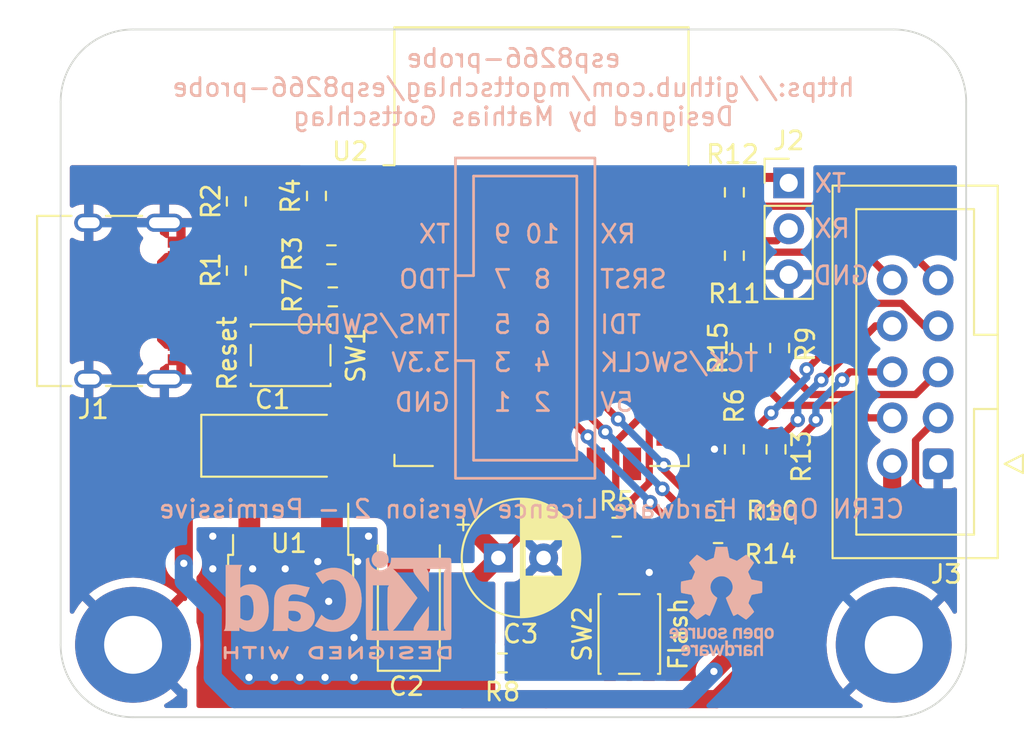
<source format=kicad_pcb>
(kicad_pcb (version 20211014) (generator pcbnew)
  (layers (0 "F.Cu" signal) (31 "B.Cu" signal) (34 "B.Paste" user) (35 "F.Paste" user) (36 "B.SilkS" user "B.Silkscreen") (37 "F.SilkS" user "F.Silkscreen") (38 "B.Mask" user) (39 "F.Mask" user) (44 "Edge.Cuts" user))
  (net 0 "")
  (net 1 "+5V")
  (net 2 "GND")
  (net 3 "+3V3")
  (net 4 "Net-(J1-PadA5)")
  (net 8 "Net-(J1-PadB5)")
  (net 12 "/TX")
  (net 13 "/RX")
  (net 14 "/WKUP")
  (net 15 "Net-(R3-Pad2)")
  (net 16 "Net-(R5-Pad2)")
  (net 17 "Net-(R6-Pad1)")
  (net 19 "/TCK_SWCLK")
  (net 20 "/SRST")
  (net 21 "/TDI")
  (net 22 "/TMS_SWDIO")
  (net 23 "/TDO")
  (net 30 "Net-(R7-Pad1)")
  (net 31 "Net-(R8-Pad2)")
  (net 32 "Net-(J2-Pad1)")
  (net 33 "Net-(J2-Pad2)")
  (net 34 "Net-(R9-Pad1)")
  (net 35 "Net-(R10-Pad1)")
  (net 36 "Net-(R13-Pad1)")
  (net 37 "Net-(R14-Pad1)")
  (net 38 "Net-(R15-Pad1)")
  (footprint "Resistor_SMD:R_0603_1608Metric" (layer "F.Cu") (at 138.8 83.2 90)
    (fp_text reference "R13" (at -0.4 1.4 90) (layer "F.SilkS"))
    (fp_text value "100")
    (pad "1" smd roundrect (at -0.825 0 90) (size 0.8 0.95) (layers "F.Cu" "F.Paste" "F.Mask") (net 36 "Net-(R13-Pad1)"))
    (pad "2" smd roundrect (at 0.825 0 90) (size 0.8 0.95) (layers "F.Cu" "F.Paste" "F.Mask") (net 20 "/SRST"))
  )
  (footprint "Connector_PinHeader_2.54mm:PinHeader_1x03_P2.54mm_Vertical" (layer "F.Cu") (at 139.5 68.475)
    (fp_text reference "J2" (at 0 -2.33) (layer "F.SilkS"))
    (fp_text value "Debug")
    (pad "1" thru_hole rect (at 0 0) (size 1.7 1.7) (drill 1) (layers *.Cu *.Mask) (net 32 "Net-(J2-Pad1)"))
    (pad "2" thru_hole oval (at 0 2.54) (size 1.7 1.7) (drill 1) (layers *.Cu *.Mask) (net 33 "Net-(J2-Pad2)"))
    (pad "3" thru_hole oval (at 0 5.08) (size 1.7 1.7) (drill 1) (layers *.Cu *.Mask) (net 2 "GND"))
  )
  (footprint "Button_Switch_SMD:SW_SPST_PTS810" (layer "F.Cu") (at 112 78)
    (fp_text reference "SW1" (at 3.6 0 270) (layer "F.SilkS"))
    (fp_text value "Reset")
    (pad "1" smd rect (at 2.075 -1.075) (size 1.05 0.65) (layers "F.Cu" "F.Paste" "F.Mask") (net 14 "/WKUP"))
    (pad "1" smd rect (at -2.075 -1.075) (size 1.05 0.65) (layers "F.Cu" "F.Paste" "F.Mask") (net 14 "/WKUP"))
    (pad "2" smd rect (at 2.075 1.075) (size 1.05 0.65) (layers "F.Cu" "F.Paste" "F.Mask") (net 2 "GND"))
    (pad "2" smd rect (at -2.075 1.075) (size 1.05 0.65) (layers "F.Cu" "F.Paste" "F.Mask") (net 2 "GND"))
  )
  (footprint "Resistor_SMD:R_0603_1608Metric" (layer "F.Cu") (at 139 77.6 -90)
    (fp_text reference "R9" (at -0.2 -1.43 90) (layer "F.SilkS"))
    (fp_text value "100")
    (pad "1" smd roundrect (at -0.825 0 270) (size 0.8 0.95) (layers "F.Cu" "F.Paste" "F.Mask") (net 34 "Net-(R9-Pad1)"))
    (pad "2" smd roundrect (at 0.825 0 270) (size 0.8 0.95) (layers "F.Cu" "F.Paste" "F.Mask") (net 22 "/TMS_SWDIO"))
  )
  (footprint "Resistor_SMD:R_0603_1608Metric" (layer "F.Cu") (at 135.6 88.9)
    (fp_text reference "R14" (at 2.9 0.1) (layer "F.SilkS"))
    (fp_text value "100")
    (pad "1" smd roundrect (at -0.825 0) (size 0.8 0.95) (layers "F.Cu" "F.Paste" "F.Mask") (net 37 "Net-(R14-Pad1)"))
    (pad "2" smd roundrect (at 0.825 0) (size 0.8 0.95) (layers "F.Cu" "F.Paste" "F.Mask") (net 21 "/TDI"))
  )
  (footprint "Button_Switch_SMD:SW_SPST_PTS810" (layer "F.Cu") (at 130.7 93.4 90)
    (fp_text reference "SW2" (at 0 -2.6 90) (layer "F.SilkS"))
    (fp_text value "Flash")
    (pad "1" smd rect (at -2.075 -1.075 90) (size 1.05 0.65) (layers "F.Cu" "F.Paste" "F.Mask") (net 31 "Net-(R8-Pad2)"))
    (pad "1" smd rect (at 2.075 -1.075 90) (size 1.05 0.65) (layers "F.Cu" "F.Paste" "F.Mask") (net 31 "Net-(R8-Pad2)"))
    (pad "2" smd rect (at -2.075 1.075 90) (size 1.05 0.65) (layers "F.Cu" "F.Paste" "F.Mask") (net 2 "GND"))
    (pad "2" smd rect (at 2.075 1.075 90) (size 1.05 0.65) (layers "F.Cu" "F.Paste" "F.Mask") (net 2 "GND"))
  )
  (footprint "Resistor_SMD:R_0603_1608Metric" (layer "F.Cu") (at 114.325 74.775 180)
    (fp_text reference "R7" (at 2.225 0.075 90) (layer "F.SilkS"))
    (fp_text value "470")
    (pad "1" smd roundrect (at -0.825 0 180) (size 0.8 0.95) (layers "F.Cu" "F.Paste" "F.Mask") (net 30 "Net-(R7-Pad1)"))
    (pad "2" smd roundrect (at 0.825 0 180) (size 0.8 0.95) (layers "F.Cu" "F.Paste" "F.Mask") (net 14 "/WKUP"))
  )
  (footprint "MountingHole:MountingHole_3.2mm_M3" (layer "F.Cu") (at 145.3 64)
    (fp_text reference "H3" hide)
    (fp_text value "MountingHole")
    (pad "" np_thru_hole circle (at 0 0) (size 3.2 3.2) (drill 3.2) (layers *.Cu *.Mask))
  )
  (footprint "Connector_USB:USB_C_Receptacle_HRO_TYPE-C-31-M-12" (layer "F.Cu") (at 101.9 75 -90)
    (fp_text reference "J1" (at 6 0.8 180) (layer "F.SilkS"))
    (fp_text value "USB_C_Receptacle_USB2.0")
    (pad "" np_thru_hole circle (at -2.89 -2.6 270) (size 0.65 0.65) (drill 0.65) (layers *.Cu *.Mask))
    (pad "" np_thru_hole circle (at 2.89 -2.6 270) (size 0.65 0.65) (drill 0.65) (layers *.Cu *.Mask))
    (pad "A1" smd rect (at -3.25 -4.045 270) (size 0.6 1.45) (layers "F.Cu" "F.Paste" "F.Mask") (net 2 "GND"))
    (pad "A4" smd rect (at -2.45 -4.045 270) (size 0.6 1.45) (layers "F.Cu" "F.Paste" "F.Mask") (net 1 "+5V"))
    (pad "A5" smd rect (at -1.25 -4.045 270) (size 0.3 1.45) (layers "F.Cu" "F.Paste" "F.Mask") (net 4 "Net-(J1-PadA5)"))
    (pad "A6" smd rect (at -0.25 -4.045 270) (size 0.3 1.45) (layers "F.Cu" "F.Paste" "F.Mask"))
    (pad "A7" smd rect (at 0.25 -4.045 270) (size 0.3 1.45) (layers "F.Cu" "F.Paste" "F.Mask"))
    (pad "A8" smd rect (at 1.25 -4.045 270) (size 0.3 1.45) (layers "F.Cu" "F.Paste" "F.Mask"))
    (pad "A9" smd rect (at 2.45 -4.045 270) (size 0.6 1.45) (layers "F.Cu" "F.Paste" "F.Mask") (net 1 "+5V"))
    (pad "A12" smd rect (at 3.25 -4.045 270) (size 0.6 1.45) (layers "F.Cu" "F.Paste" "F.Mask") (net 2 "GND"))
    (pad "B1" smd rect (at 3.25 -4.045 270) (size 0.6 1.45) (layers "F.Cu" "F.Paste" "F.Mask") (net 2 "GND"))
    (pad "B4" smd rect (at 2.45 -4.045 270) (size 0.6 1.45) (layers "F.Cu" "F.Paste" "F.Mask") (net 1 "+5V"))
    (pad "B5" smd rect (at 1.75 -4.045 270) (size 0.3 1.45) (layers "F.Cu" "F.Paste" "F.Mask") (net 8 "Net-(J1-PadB5)"))
    (pad "B6" smd rect (at 0.75 -4.045 270) (size 0.3 1.45) (layers "F.Cu" "F.Paste" "F.Mask"))
    (pad "B7" smd rect (at -0.75 -4.045 270) (size 0.3 1.45) (layers "F.Cu" "F.Paste" "F.Mask"))
    (pad "B8" smd rect (at -1.75 -4.045 270) (size 0.3 1.45) (layers "F.Cu" "F.Paste" "F.Mask"))
    (pad "B9" smd rect (at -2.45 -4.045 270) (size 0.6 1.45) (layers "F.Cu" "F.Paste" "F.Mask") (net 1 "+5V"))
    (pad "B12" smd rect (at -3.25 -4.045 270) (size 0.6 1.45) (layers "F.Cu" "F.Paste" "F.Mask") (net 2 "GND"))
    (pad "S1" thru_hole oval (at -4.32 -3.13 270) (size 1 2.1) (drill oval 0.6 1.7) (layers *.Cu *.Mask) (net 2 "GND"))
    (pad "S1" thru_hole oval (at 4.32 -3.13 270) (size 1 2.1) (drill oval 0.6 1.7) (layers *.Cu *.Mask) (net 2 "GND"))
    (pad "S1" thru_hole oval (at 4.32 1.05 270) (size 1 1.6) (drill oval 0.6 1.2) (layers *.Cu *.Mask) (net 2 "GND"))
    (pad "S1" thru_hole oval (at -4.32 1.05 270) (size 1 1.6) (drill oval 0.6 1.2) (layers *.Cu *.Mask) (net 2 "GND"))
  )
  (footprint "Package_TO_SOT_SMD:TO-252-2" (layer "F.Cu") (at 112 91.5 -90)
    (fp_text reference "U1" (at -3.1 0.1 180) (layer "F.SilkS"))
    (fp_text value "LD1117DT33")
    (pad "1" smd rect (at -4.2 -2.28 270) (size 2.2 1.2) (layers "F.Cu" "F.Paste" "F.Mask") (net 2 "GND"))
    (pad "2" smd rect (at 2.1 0 270) (size 6.4 5.8) (layers "F.Cu" "F.Mask") (net 3 "+3V3"))
    (pad "3" smd rect (at -4.2 2.28 270) (size 2.2 1.2) (layers "F.Cu" "F.Paste" "F.Mask") (net 1 "+5V"))
  )
  (footprint "Capacitor_THT:CP_Radial_D6.3mm_P2.50mm" (layer "F.Cu") (at 123.467621 89.2)
    (fp_text reference "C3" (at 1.232379 4.2) (layer "F.SilkS"))
    (fp_text value "100uF")
    (pad "1" thru_hole rect (at 0 0) (size 1.6 1.6) (drill 0.8) (layers *.Cu *.Mask) (net 3 "+3V3"))
    (pad "2" thru_hole circle (at 2.5 0) (size 1.6 1.6) (drill 0.8) (layers *.Cu *.Mask) (net 2 "GND"))
  )
  (footprint "Resistor_SMD:R_0603_1608Metric" (layer "F.Cu") (at 136.5 69 -90)
    (fp_text reference "R12" (at -2.1 0.1 180) (layer "F.SilkS"))
    (fp_text value "100")
    (pad "1" smd roundrect (at -0.825 0 270) (size 0.8 0.95) (layers "F.Cu" "F.Paste" "F.Mask") (net 32 "Net-(J2-Pad1)"))
    (pad "2" smd roundrect (at 0.825 0 270) (size 0.8 0.95) (layers "F.Cu" "F.Paste" "F.Mask") (net 12 "/TX"))
  )
  (footprint "Resistor_SMD:R_0603_1608Metric" (layer "F.Cu") (at 109 73.325 90)
    (fp_text reference "R1" (at 0.025 -1.4 90) (layer "F.SilkS"))
    (fp_text value "5.1K")
    (pad "1" smd roundrect (at -0.825 0 90) (size 0.8 0.95) (layers "F.Cu" "F.Paste" "F.Mask") (net 8 "Net-(J1-PadB5)"))
    (pad "2" smd roundrect (at 0.825 0 90) (size 0.8 0.95) (layers "F.Cu" "F.Paste" "F.Mask") (net 2 "GND"))
  )
  (footprint "Resistor_SMD:R_0603_1608Metric" (layer "F.Cu") (at 136.9 77.6 -90)
    (fp_text reference "R15" (at 0 1.3 90) (layer "F.SilkS"))
    (fp_text value "100")
    (pad "1" smd roundrect (at -0.825 0 270) (size 0.8 0.95) (layers "F.Cu" "F.Paste" "F.Mask") (net 38 "Net-(R15-Pad1)"))
    (pad "2" smd roundrect (at 0.825 0 270) (size 0.8 0.95) (layers "F.Cu" "F.Paste" "F.Mask") (net 19 "/TCK_SWCLK"))
  )
  (footprint "Resistor_SMD:R_0603_1608Metric" (layer "F.Cu") (at 136.5 83.2 -90)
    (fp_text reference "R6" (at -2.4 0 90) (layer "F.SilkS"))
    (fp_text value "12K")
    (pad "1" smd roundrect (at -0.825 0 270) (size 0.8 0.95) (layers "F.Cu" "F.Paste" "F.Mask") (net 17 "Net-(R6-Pad1)"))
    (pad "2" smd roundrect (at 0.825 0 270) (size 0.8 0.95) (layers "F.Cu" "F.Paste" "F.Mask") (net 2 "GND"))
  )
  (footprint "Capacitor_Tantalum_SMD:CP_EIA-6032-20_AVX-F_Pad2.25x2.35mm_HandSolder" (layer "F.Cu") (at 118.525 91.5 90)
    (fp_text reference "C2" (at -4.8 -0.125 180) (layer "F.SilkS"))
    (fp_text value "10uF")
    (pad "1" smd roundrect (at -2.55 0 90) (size 2.25 2.35) (layers "F.Cu" "F.Paste" "F.Mask") (roundrect_rratio 0.111111) (net 3 "+3V3"))
    (pad "2" smd roundrect (at 2.55 0 90) (size 2.25 2.35) (layers "F.Cu" "F.Paste" "F.Mask") (roundrect_rratio 0.111111) (net 2 "GND"))
  )
  (footprint "MountingHole:MountingHole_3.2mm_M3_Pad" (layer "F.Cu") (at 103.3 94)
    (fp_text reference "H1" hide)
    (fp_text value "MountingHole_Pad")
    (pad "1" thru_hole circle (at 0 0) (size 6.4 6.4) (drill 3.2) (layers *.Cu *.Mask) (net 2 "GND"))
  )
  (footprint "Resistor_SMD:R_0603_1608Metric" (layer "F.Cu") (at 136.5 72.5 -90)
    (fp_text reference "R11" (at 2.1 0 180) (layer "F.SilkS"))
    (fp_text value "100")
    (pad "1" smd roundrect (at -0.825 0 270) (size 0.8 0.95) (layers "F.Cu" "F.Paste" "F.Mask") (net 33 "Net-(J2-Pad2)"))
    (pad "2" smd roundrect (at 0.825 0 270) (size 0.8 0.95) (layers "F.Cu" "F.Paste" "F.Mask") (net 13 "/RX"))
  )
  (footprint "Resistor_SMD:R_0603_1608Metric" (layer "F.Cu") (at 130 87.5)
    (fp_text reference "R5" (at 0 -1.43) (layer "F.SilkS"))
    (fp_text value "12K")
    (pad "1" smd roundrect (at -0.825 0) (size 0.8 0.95) (layers "F.Cu" "F.Paste" "F.Mask") (net 3 "+3V3"))
    (pad "2" smd roundrect (at 0.825 0) (size 0.8 0.95) (layers "F.Cu" "F.Paste" "F.Mask") (net 16 "Net-(R5-Pad2)"))
  )
  (footprint "Resistor_SMD:R_0603_1608Metric" (layer "F.Cu") (at 109 69.5 90)
    (fp_text reference "R2" (at 0 -1.4 90) (layer "F.SilkS"))
    (fp_text value "5.1K")
    (pad "1" smd roundrect (at -0.825 0 90) (size 0.8 0.95) (layers "F.Cu" "F.Paste" "F.Mask") (net 4 "Net-(J1-PadA5)"))
    (pad "2" smd roundrect (at 0.825 0 90) (size 0.8 0.95) (layers "F.Cu" "F.Paste" "F.Mask") (net 2 "GND"))
  )
  (footprint "Connector_IDC:IDC-Header_2x05_P2.54mm_Vertical" (layer "F.Cu") (at 147.7525 84 180)
    (fp_text reference "J3" (at -0.4475 -6.1) (layer "F.SilkS"))
    (fp_text value "Target")
    (pad "1" thru_hole roundrect (at 0 0 180) (size 1.7 1.7) (drill 1) (layers *.Cu *.Mask) (roundrect_rratio 0.147059) (net 2 "GND"))
    (pad "2" thru_hole circle (at 2.54 0 180) (size 1.7 1.7) (drill 1) (layers *.Cu *.Mask) (net 1 "+5V"))
    (pad "3" thru_hole circle (at 0 2.54 180) (size 1.7 1.7) (drill 1) (layers *.Cu *.Mask) (net 3 "+3V3"))
    (pad "4" thru_hole circle (at 2.54 2.54 180) (size 1.7 1.7) (drill 1) (layers *.Cu *.Mask) (net 19 "/TCK_SWCLK"))
    (pad "5" thru_hole circle (at 0 5.08 180) (size 1.7 1.7) (drill 1) (layers *.Cu *.Mask) (net 22 "/TMS_SWDIO"))
    (pad "6" thru_hole circle (at 2.54 5.08 180) (size 1.7 1.7) (drill 1) (layers *.Cu *.Mask) (net 21 "/TDI"))
    (pad "7" thru_hole circle (at 0 7.62 180) (size 1.7 1.7) (drill 1) (layers *.Cu *.Mask) (net 23 "/TDO"))
    (pad "8" thru_hole circle (at 2.54 7.62 180) (size 1.7 1.7) (drill 1) (layers *.Cu *.Mask) (net 20 "/SRST"))
    (pad "9" thru_hole circle (at 0 10.16 180) (size 1.7 1.7) (drill 1) (layers *.Cu *.Mask) (net 12 "/TX"))
    (pad "10" thru_hole circle (at 2.54 10.16 180) (size 1.7 1.7) (drill 1) (layers *.Cu *.Mask) (net 13 "/RX"))
  )
  (footprint "RF_Module:ESP-12E" (layer "F.Cu") (at 125.85 72)
    (fp_text reference "U2" (at -10.56 -5.26) (layer "F.SilkS"))
    (fp_text value "ESP-12E")
    (pad "1" smd rect (at -7.6 -3.5) (size 2.5 1) (layers "F.Cu" "F.Paste" "F.Mask") (net 14 "/WKUP"))
    (pad "2" smd rect (at -7.6 -1.5) (size 2.5 1) (layers "F.Cu" "F.Paste" "F.Mask"))
    (pad "3" smd rect (at -7.6 0.5) (size 2.5 1) (layers "F.Cu" "F.Paste" "F.Mask") (net 15 "Net-(R3-Pad2)"))
    (pad "4" smd rect (at -7.6 2.5) (size 2.5 1) (layers "F.Cu" "F.Paste" "F.Mask") (net 30 "Net-(R7-Pad1)"))
    (pad "5" smd rect (at -7.6 4.5) (size 2.5 1) (layers "F.Cu" "F.Paste" "F.Mask") (net 35 "Net-(R10-Pad1)"))
    (pad "6" smd rect (at -7.6 6.5) (size 2.5 1) (layers "F.Cu" "F.Paste" "F.Mask") (net 36 "Net-(R13-Pad1)"))
    (pad "7" smd rect (at -7.6 8.5) (size 2.5 1) (layers "F.Cu" "F.Paste" "F.Mask") (net 37 "Net-(R14-Pad1)"))
    (pad "8" smd rect (at -7.6 10.5) (size 2.5 1) (layers "F.Cu" "F.Paste" "F.Mask") (net 3 "+3V3"))
    (pad "9" smd rect (at -5 12) (size 1 1.8) (layers "F.Cu" "F.Paste" "F.Mask"))
    (pad "10" smd rect (at -3 12) (size 1 1.8) (layers "F.Cu" "F.Paste" "F.Mask"))
    (pad "11" smd rect (at -1 12) (size 1 1.8) (layers "F.Cu" "F.Paste" "F.Mask"))
    (pad "12" smd rect (at 1 12) (size 1 1.8) (layers "F.Cu" "F.Paste" "F.Mask"))
    (pad "13" smd rect (at 3 12) (size 1 1.8) (layers "F.Cu" "F.Paste" "F.Mask"))
    (pad "14" smd rect (at 5 12) (size 1 1.8) (layers "F.Cu" "F.Paste" "F.Mask"))
    (pad "15" smd rect (at 7.6 10.5) (size 2.5 1) (layers "F.Cu" "F.Paste" "F.Mask") (net 2 "GND"))
    (pad "16" smd rect (at 7.6 8.5) (size 2.5 1) (layers "F.Cu" "F.Paste" "F.Mask") (net 17 "Net-(R6-Pad1)"))
    (pad "17" smd rect (at 7.6 6.5) (size 2.5 1) (layers "F.Cu" "F.Paste" "F.Mask") (net 16 "Net-(R5-Pad2)"))
    (pad "18" smd rect (at 7.6 4.5) (size 2.5 1) (layers "F.Cu" "F.Paste" "F.Mask") (net 31 "Net-(R8-Pad2)"))
    (pad "19" smd rect (at 7.6 2.5) (size 2.5 1) (layers "F.Cu" "F.Paste" "F.Mask") (net 34 "Net-(R9-Pad1)"))
    (pad "20" smd rect (at 7.6 0.5) (size 2.5 1) (layers "F.Cu" "F.Paste" "F.Mask") (net 38 "Net-(R15-Pad1)"))
    (pad "21" smd rect (at 7.6 -1.5) (size 2.5 1) (layers "F.Cu" "F.Paste" "F.Mask") (net 33 "Net-(J2-Pad2)"))
    (pad "22" smd rect (at 7.6 -3.5) (size 2.5 1) (layers "F.Cu" "F.Paste" "F.Mask") (net 32 "Net-(J2-Pad1)"))
    (zone (net 0) (net_name "") (layers *.Cu) (connect_pads (clearance 0)) (min_thickness 0.254)
      (keepout (tracks not_allowed) (vias not_allowed) (pads not_allowed) (copperpour not_allowed) (footprints not_allowed))
      (fill (thermal_gap 0.508) (thermal_bridge_width 0.508))
      (polygon (pts (xy 117.73 67.2) (xy 133.97 67.2) (xy 133.97 59.88) (xy 117.73 59.88)))
    )
  )
  (footprint "Capacitor_Tantalum_SMD:CP_EIA-6032-20_AVX-F_Pad2.25x2.35mm_HandSolder" (layer "F.Cu") (at 111 83)
    (fp_text reference "C1" (at 0 -2.55) (layer "F.SilkS"))
    (fp_text value "10uF")
    (pad "1" smd roundrect (at -2.55 0) (size 2.25 2.35) (layers "F.Cu" "F.Paste" "F.Mask") (roundrect_rratio 0.111111) (net 1 "+5V"))
    (pad "2" smd roundrect (at 2.55 0) (size 2.25 2.35) (layers "F.Cu" "F.Paste" "F.Mask") (roundrect_rratio 0.111111) (net 2 "GND"))
  )
  (footprint "Resistor_SMD:R_0603_1608Metric" (layer "F.Cu") (at 113.425 69.2 90)
    (fp_text reference "R4" (at 0 -1.43 90) (layer "F.SilkS"))
    (fp_text value "12K")
    (pad "1" smd roundrect (at -0.825 0 90) (size 0.8 0.95) (layers "F.Cu" "F.Paste" "F.Mask") (net 3 "+3V3"))
    (pad "2" smd roundrect (at 0.825 0 90) (size 0.8 0.95) (layers "F.Cu" "F.Paste" "F.Mask") (net 14 "/WKUP"))
  )
  (footprint "Resistor_SMD:R_0603_1608Metric" (layer "F.Cu") (at 135.7 86.6)
    (fp_text reference "R10" (at 2.9 0) (layer "F.SilkS"))
    (fp_text value "100")
    (pad "1" smd roundrect (at -0.825 0) (size 0.8 0.95) (layers "F.Cu" "F.Paste" "F.Mask") (net 35 "Net-(R10-Pad1)"))
    (pad "2" smd roundrect (at 0.825 0) (size 0.8 0.95) (layers "F.Cu" "F.Paste" "F.Mask") (net 23 "/TDO"))
  )
  (footprint "Resistor_SMD:R_0603_1608Metric" (layer "F.Cu") (at 114.25 72.45)
    (fp_text reference "R3" (at -2.15 -0.05 90) (layer "F.SilkS"))
    (fp_text value "12K")
    (pad "1" smd roundrect (at -0.825 0) (size 0.8 0.95) (layers "F.Cu" "F.Paste" "F.Mask") (net 3 "+3V3"))
    (pad "2" smd roundrect (at 0.825 0) (size 0.8 0.95) (layers "F.Cu" "F.Paste" "F.Mask") (net 15 "Net-(R3-Pad2)"))
  )
  (footprint "MountingHole:MountingHole_3.2mm_M3_Pad" (layer "F.Cu") (at 145.3 94)
    (fp_text reference "H2" hide)
    (fp_text value "MountingHole_Pad")
    (pad "1" thru_hole circle (at 0 0) (size 6.4 6.4) (drill 3.2) (layers *.Cu *.Mask) (net 2 "GND"))
  )
  (footprint "MountingHole:MountingHole_3.2mm_M3" (layer "F.Cu") (at 103.3 64)
    (fp_text reference "H4" hide)
    (fp_text value "MountingHole")
    (pad "" np_thru_hole circle (at 0 0) (size 3.2 3.2) (drill 3.2) (layers *.Cu *.Mask))
  )
  (footprint "Resistor_SMD:R_0603_1608Metric" (layer "F.Cu") (at 123.7 95)
    (fp_text reference "R8" (at 0 1.6) (layer "F.SilkS"))
    (fp_text value "12K")
    (pad "1" smd roundrect (at -0.825 0) (size 0.8 0.95) (layers "F.Cu" "F.Paste" "F.Mask") (net 3 "+3V3"))
    (pad "2" smd roundrect (at 0.825 0) (size 0.8 0.95) (layers "F.Cu" "F.Paste" "F.Mask") (net 31 "Net-(R8-Pad2)"))
  )
  (footprint "Symbol:OSHW-Logo_5.7x6mm_SilkScreen" (layer "B.Cu") (at 135.8 91.6 180)
    (fp_text reference "H5" hide)
    (fp_text value "OSHWLogo" hide)
  )
  (footprint "Symbol:KiCad-Logo2_5mm_SilkScreen" (layer "B.Cu") (at 114.6 91.8 180)
    (fp_text reference "H6" hide)
    (fp_text value "KicadLogo" hide)
  )
  (gr_line (start 127.8 68.1) (end 122.1 68.1) (layer "B.SilkS") (width 0.15))
  (gr_line (start 122.1 78.3) (end 122.1 83.8) (layer "B.SilkS") (width 0.15))
  (gr_line (start 122.1 68.1) (end 122.1 73.6) (layer "B.SilkS") (width 0.15))
  (gr_line (start 122.1 83.8) (end 127.8 83.8) (layer "B.SilkS") (width 0.15))
  (gr_line (start 127.8 83.8) (end 127.8 68.1) (layer "B.SilkS") (width 0.15))
  (gr_line (start 121.1 73.6) (end 122.1 73.6) (layer "B.SilkS") (width 0.15))
  (gr_rect (start 121.1 67.1) (end 128.8 84.8) (layer "B.SilkS") (width 0.15) (fill none))
  (gr_line (start 121.1 78.3) (end 122.1 78.3) (layer "B.SilkS") (width 0.15))
  (gr_line (start 145.3 98) (end 103.3 98) (layer "Edge.Cuts") (width 0.1))
  (gr_line (start 99.3 94) (end 99.3 64) (layer "Edge.Cuts") (width 0.1))
  (gr_arc (start 99.3 64) (mid 100.471573 61.171573) (end 103.3 60) (layer "Edge.Cuts") (width 0.1))
  (gr_line (start 103.3 60) (end 145.3 60) (layer "Edge.Cuts") (width 0.1))
  (gr_arc (start 103.3 98) (mid 100.471573 96.828427) (end 99.3 94) (layer "Edge.Cuts") (width 0.1))
  (gr_arc (start 149.3 94) (mid 148.128427 96.828427) (end 145.3 98) (layer "Edge.Cuts") (width 0.1))
  (gr_arc (start 145.3 60) (mid 148.128427 61.171573) (end 149.3 64) (layer "Edge.Cuts") (width 0.1))
  (gr_line (start 149.3 64) (end 149.3 94) (layer "Edge.Cuts") (width 0.1))
  (gr_text "6" (at 125.9 76.3) (layer "B.SilkS") (effects (font (size 1 1)) (justify mirror)))
  (gr_text "GND" (at 142.4 73.6) (layer "B.SilkS") (effects (font (size 1 1)) (justify mirror)))
  (gr_text "TMS/SWDIO" (at 120.9 76.3) (layer "B.SilkS") (effects (font (size 1 1)) (justify left mirror)))
  (gr_text "SRST" (at 129 73.8) (layer "B.SilkS") (effects (font (size 1 1)) (justify right mirror)))
  (gr_text "RX" (at 141.9 71) (layer "B.SilkS") (effects (font (size 1 1)) (justify mirror)))
  (gr_text "TDI" (at 129 76.3) (layer "B.SilkS") (effects (font (size 1 1)) (justify right mirror)))
  (gr_text "5" (at 123.7 76.3) (layer "B.SilkS") (effects (font (size 1 1)) (justify mirror)))
  (gr_text "TDO" (at 120.9 73.8) (layer "B.SilkS") (effects (font (size 1 1)) (justify left mirror)))
  (gr_text "7" (at 123.7 73.8) (layer "B.SilkS") (effects (font (size 1 1)) (justify mirror)))
  (gr_text "RX" (at 129 71.3) (layer "B.SilkS") (effects (font (size 1 1)) (justify right mirror)))
  (gr_text "esp8266-probe\nhttps://github.com/mgottschlag/esp8266-probe\nDesigned by Mathias Gottschlag" (at 124.3 63.2) (layer "B.SilkS") (effects (font (size 1 1)) (justify mirror)))
  (gr_text "3" (at 123.7 78.4) (layer "B.SilkS") (effects (font (size 1 1)) (justify mirror)))
  (gr_text "3.3V" (at 120.9 78.4) (layer "B.SilkS") (effects (font (size 1 1)) (justify left mirror)))
  (gr_text "TX" (at 141.8 68.5) (layer "B.SilkS") (effects (font (size 1 1)) (justify mirror)))
  (gr_text "8" (at 125.9 73.8) (layer "B.SilkS") (effects (font (size 1 1)) (justify mirror)))
  (gr_text "10" (at 125.9 71.3) (layer "B.SilkS") (effects (font (size 1 1)) (justify mirror)))
  (gr_text "9" (at 123.7 71.3) (layer "B.SilkS") (effects (font (size 1 1)) (justify mirror)))
  (gr_text "1" (at 123.7 80.6) (layer "B.SilkS") (effects (font (size 1 1)) (justify mirror)))
  (gr_text "GND" (at 120.9 80.6) (layer "B.SilkS") (effects (font (size 1 1)) (justify left mirror)))
  (gr_text "CERN Open Hardware Licence Version 2 - Permissive" (at 125.3 86.5) (layer "B.SilkS") (effects (font (size 1 1)) (justify mirror)))
  (gr_text "5V" (at 129 80.6) (layer "B.SilkS") (effects (font (size 1 1)) (justify right mirror)))
  (gr_text "TCK/SWCLK" (at 129 78.4) (layer "B.SilkS") (effects (font (size 1 1)) (justify right mirror)))
  (gr_text "2" (at 125.9 80.6) (layer "B.SilkS") (effects (font (size 1 1)) (justify mirror)))
  (gr_text "4" (at 125.9 78.4) (layer "B.SilkS") (effects (font (size 1 1)) (justify mirror)))
  (gr_text "TX" (at 120.9 71.3) (layer "B.SilkS") (effects (font (size 1 1)) (justify left mirror)))
  (gr_text "Reset" (at 108.5 77.9 90) (layer "F.SilkS") (effects (font (size 1 1))))
  (gr_text "Flash" (at 133.4 93.4 90) (layer "F.SilkS") (effects (font (size 1 1))))
  (segment (start 104.82 77.114661) (end 105.155339 77.45) (width 0.4) (layer "F.Cu") (net 1))
  (segment (start 105.155339 72.55) (end 104.82 72.885339) (width 0.4) (layer "F.Cu") (net 1))
  (segment (start 108.45 78.73) (end 108.45 83) (width 0.5) (layer "F.Cu") (net 1))
  (segment (start 104.82 72.885339) (end 104.82 77.114661) (width 0.4) (layer "F.Cu") (net 1))
  (segment (start 140.469999 90.37) (end 135.369999 95.47) (width 1) (layer "F.Cu") (net 1))
  (segment (start 109.72 84.27) (end 108.45 83) (width 1) (layer "F.Cu") (net 1))
  (segment (start 144.923669 85.91633) (end 140.469999 90.37) (width 1) (layer "F.Cu") (net 1))
  (segment (start 145.2125 85.6275) (end 144.923669 85.91633) (width 1) (layer "F.Cu") (net 1))
  (segment (start 106.1 86.5) (end 106.1 89.5) (width 1) (layer "F.Cu") (net 1))
  (segment (start 145.2125 85.6275) (end 145.2125 84) (width 1) (layer "F.Cu") (net 1))
  (segment (start 109.72 87.3) (end 109.72 84.27) (width 1) (layer "F.Cu") (net 1))
  (segment (start 106.1 85.35) (end 106.1 86.5) (width 1) (layer "F.Cu") (net 1))
  (segment (start 105.945 77.45) (end 107.17 77.45) (width 0.5) (layer "F.Cu") (net 1))
  (segment (start 107.17 77.45) (end 108.45 78.73) (width 0.5) (layer "F.Cu") (net 1))
  (segment (start 105.945 72.55) (end 105.155339 72.55) (width 0.4) (layer "F.Cu") (net 1))
  (segment (start 105.155339 77.45) (end 105.945 77.45) (width 0.4) (layer "F.Cu") (net 1))
  (segment (start 108.45 83) (end 106.1 85.35) (width 1) (layer "F.Cu") (net 1))
  (via (at 135.369999 95.47) (size 0.8) (drill 0.4) (layers "F.Cu" "B.Cu") (net 1))
  (via (at 106.1 89.5) (size 0.8) (drill 0.4) (layers "F.Cu" "B.Cu") (net 1))
  (segment (start 107.7 92.1) (end 106.1 90.5) (width 1) (layer "B.Cu") (net 1))
  (segment (start 133.839999 97) (end 108.9 97) (width 1) (layer "B.Cu") (net 1))
  (segment (start 108.9 97) (end 107.7 95.8) (width 1) (layer "B.Cu") (net 1))
  (segment (start 107.7 95.8) (end 107.7 92.1) (width 1) (layer "B.Cu") (net 1))
  (segment (start 135.369999 95.47) (end 133.839999 97) (width 1) (layer "B.Cu") (net 1))
  (segment (start 106.1 90.5) (end 106.1 89.5) (width 1) (layer "B.Cu") (net 1))
  (segment (start 136.235 84.025) (end 135.4 83.19) (width 0.4) (layer "F.Cu") (net 2))
  (segment (start 136.5 84.025) (end 136.235 84.025) (width 0.4) (layer "F.Cu") (net 2))
  (segment (start 131.775 90.025) (end 131.8 90) (width 0.4) (layer "F.Cu") (net 2))
  (segment (start 131.775 91.325) (end 131.775 90.025) (width 0.4) (layer "F.Cu") (net 2))
  (segment (start 134.71 82.5) (end 135.4 83.19) (width 0.4) (layer "F.Cu") (net 2))
  (segment (start 133.45 82.5) (end 134.71 82.5) (width 0.4) (layer "F.Cu") (net 2))
  (via (at 135.4 83.19) (size 0.8) (drill 0.4) (layers "F.Cu" "B.Cu") (net 2))
  (via (at 131.8 90) (size 0.8) (drill 0.4) (layers "F.Cu" "B.Cu") (net 2))
  (segment (start 146.123189 86.413188) (end 146.41202 86.124357) (width 1) (layer "F.Cu") (net 3))
  (segment (start 126.1 97) (end 134 97) (width 1) (layer "F.Cu") (net 3))
  (segment (start 147.7525 81.46) (end 146.50298 82.70952) (width 0.4) (layer "F.Cu") (net 3))
  (segment (start 135.536377 97) (end 146.123189 86.413188) (width 1) (layer "F.Cu") (net 3))
  (segment (start 118.25 83.85) (end 118.25 82.5) (width 1) (layer "F.Cu") (net 3))
  (segment (start 119.475 95) (end 118.525 94.05) (width 0.5) (layer "F.Cu") (net 3))
  (segment (start 146.41202 86.124357) (end 146.41202 85.49) (width 1) (layer "F.Cu") (net 3))
  (segment (start 123.467621 89.2) (end 123.467621 89.067621) (width 1) (layer "F.Cu") (net 3))
  (segment (start 123.467621 89.067621) (end 118.25 83.85) (width 1) (layer "F.Cu") (net 3))
  (segment (start 116.600489 77.550969) (end 116.600489 81.350489) (width 0.4) (layer "F.Cu") (net 3))
  (segment (start 118.075 93.6) (end 118.525 94.05) (width 1) (layer "F.Cu") (net 3))
  (segment (start 134 97) (end 135.536377 97) (width 1) (layer "F.Cu") (net 3))
  (segment (start 113.425 72.45) (end 114.29952 73.32452) (width 0.4) (layer "F.Cu") (net 3))
  (segment (start 146.50298 85.39904) (end 146.41202 85.49) (width 0.4) (layer "F.Cu") (net 3))
  (segment (start 129.175 87.5) (end 125.167621 87.5) (width 0.4) (layer "F.Cu") (net 3))
  (segment (start 114.29952 73.32452) (end 114.29952 75.25) (width 0.4) (layer "F.Cu") (net 3))
  (segment (start 122.875 95) (end 119.475 95) (width 0.5) (layer "F.Cu") (net 3))
  (segment (start 116.600489 81.350489) (end 117.75 82.5) (width 0.4) (layer "F.Cu") (net 3))
  (segment (start 146.50298 82.70952) (end 146.50298 85.39904) (width 0.4) (layer "F.Cu") (net 3))
  (segment (start 118.525 94.05) (end 118.617621 94.05) (width 1) (layer "F.Cu") (net 3))
  (segment (start 113.425 72.45) (end 113.425 70.025) (width 0.5) (layer "F.Cu") (net 3))
  (segment (start 121.475 97) (end 126.1 97) (width 1) (layer "F.Cu") (net 3))
  (segment (start 118.525 94.05) (end 121.475 97) (width 1) (layer "F.Cu") (net 3))
  (segment (start 117.75 82.5) (end 118.25 82.5) (width 0.4) (layer "F.Cu") (net 3))
  (segment (start 118.617621 94.05) (end 123.467621 89.2) (width 1) (layer "F.Cu") (net 3))
  (segment (start 114.29952 75.25) (end 116.600489 77.550969) (width 0.4) (layer "F.Cu") (net 3))
  (segment (start 112 93.6) (end 115.5 93.6) (width 1) (layer "F.Cu") (net 3))
  (segment (start 115.5 93.6) (end 118.075 93.6) (width 1) (layer "F.Cu") (net 3))
  (segment (start 125.167621 87.5) (end 123.467621 89.2) (width 0.4) (layer "F.Cu") (net 3))
  (via (at 109.9 89.8) (size 0.8) (drill 0.4) (layers "F.Cu" "B.Cu") (net 3))
  (via (at 114.1 91.6) (size 0.8) (drill 0.4) (layers "F.Cu" "B.Cu") (net 3))
  (via (at 116.3 88) (size 0.8) (drill 0.4) (layers "F.Cu" "B.Cu") (net 3))
  (via (at 113.9 95.8) (size 0.8) (drill 0.4) (layers "F.Cu" "B.Cu") (net 3))
  (via (at 111.7 89.8) (size 0.8) (drill 0.4) (layers "F.Cu" "B.Cu") (net 3))
  (via (at 115.5 95.8) (size 0.8) (drill 0.4) (layers "F.Cu" "B.Cu") (net 3))
  (via (at 107.7 88) (size 0.8) (drill 0.4) (layers "F.Cu" "B.Cu") (net 3))
  (via (at 115.7 89.4) (size 0.8) (drill 0.4) (layers "F.Cu" "B.Cu") (net 3))
  (via (at 115.5 93.6) (size 0.8) (drill 0.4) (layers "F.Cu" "B.Cu") (net 3))
  (via (at 111.1 95.8) (size 0.8) (drill 0.4) (layers "F.Cu" "B.Cu") (net 3))
  (via (at 107.7 89.8) (size 0.8) (drill 0.4) (layers "F.Cu" "B.Cu") (net 3))
  (via (at 112.5 95.8) (size 0.8) (drill 0.4) (layers "F.Cu" "B.Cu") (net 3))
  (via (at 113.5 89.4) (size 0.8) (drill 0.4) (layers "F.Cu" "B.Cu") (net 3))
  (via (at 109.7 95.8) (size 0.8) (drill 0.4) (layers "F.Cu" "B.Cu") (net 3))
  (segment (start 107.27 73.499022) (end 107.27 72.055) (width 0.3) (layer "F.Cu") (net 4))
  (segment (start 107.019022 73.75) (end 107.27 73.499022) (width 0.3) (layer "F.Cu") (net 4))
  (segment (start 107.27 72.055) (end 109 70.325) (width 0.3) (layer "F.Cu") (net 4))
  (segment (start 105.945 73.75) (end 107.019022 73.75) (width 0.3) (layer "F.Cu") (net 4))
  (segment (start 105.945 76.75) (end 107.019022 76.75) (width 0.3) (layer "F.Cu") (net 8))
  (segment (start 109 74.769022) (end 109 74.15) (width 0.3) (layer "F.Cu") (net 8))
  (segment (start 107.019022 76.75) (end 109 74.769022) (width 0.3) (layer "F.Cu") (net 8))
  (segment (start 136.5 69.825) (end 136.559511 69.765489) (width 0.4) (layer "F.Cu") (net 12))
  (segment (start 143.677989 69.765489) (end 147.7525 73.84) (width 0.4) (layer "F.Cu") (net 12))
  (segment (start 136.559511 69.765489) (end 143.677989 69.765489) (width 0.4) (layer "F.Cu") (net 12))
  (segment (start 145.2125 73.84) (end 143.677989 72.305489) (width 0.4) (layer "F.Cu") (net 13))
  (segment (start 143.677989 72.305489) (end 137.519511 72.305489) (width 0.4) (layer "F.Cu") (net 13))
  (segment (start 137.519511 72.305489) (end 136.5 73.325) (width 0.4) (layer "F.Cu") (net 13))
  (segment (start 112.50048 69.29952) (end 112.50048 73.77548) (width 0.5) (layer "F.Cu") (net 14))
  (segment (start 118.125 68.375) (end 118.25 68.5) (width 0.5) (layer "F.Cu") (net 14))
  (segment (start 113.5 74.775) (end 113.5 76.35) (width 0.5) (layer "F.Cu") (net 14))
  (segment (start 112.925 76.925) (end 109.925 76.925) (width 0.5) (layer "F.Cu") (net 14))
  (segment (start 113.425 68.375) (end 118.125 68.375) (width 0.5) (layer "F.Cu") (net 14))
  (segment (start 113.425 68.375) (end 112.50048 69.29952) (width 0.5) (layer "F.Cu") (net 14))
  (segment (start 112.50048 73.77548) (end 113.5 74.775) (width 0.5) (layer "F.Cu") (net 14))
  (segment (start 113.5 76.35) (end 114.075 76.925) (width 0.5) (layer "F.Cu") (net 14))
  (segment (start 113.5 76.35) (end 112.925 76.925) (width 0.5) (layer "F.Cu") (net 14))
  (segment (start 115.075 72.45) (end 118.2 72.45) (width 0.5) (layer "F.Cu") (net 15))
  (segment (start 118.2 72.45) (end 118.25 72.5) (width 0.5) (layer "F.Cu") (net 15))
  (segment (start 131.800489 85.039511) (end 130.825 86.015) (width 0.4) (layer "F.Cu") (net 16))
  (segment (start 130.825 86.015) (end 130.825 87.5) (width 0.4) (layer "F.Cu") (net 16))
  (segment (start 132.5 78.5) (end 131.800489 79.199511) (width 0.4) (layer "F.Cu") (net 16))
  (segment (start 133.45 78.5) (end 132.5 78.5) (width 0.4) (layer "F.Cu") (net 16))
  (segment (start 131.800489 79.199511) (end 131.800489 85.039511) (width 0.4) (layer "F.Cu") (net 16))
  (segment (start 134.625 80.5) (end 136.5 82.375) (width 0.5) (layer "F.Cu") (net 17))
  (segment (start 133.45 80.5) (end 134.625 80.5) (width 0.5) (layer "F.Cu") (net 17))
  (segment (start 143.86 81.46) (end 145.2125 81.46) (width 0.4) (layer "F.Cu") (net 19))
  (segment (start 139.244031 80.769031) (end 143.169031 80.769031) (width 0.4) (layer "F.Cu") (net 19))
  (segment (start 143.169031 80.769031) (end 143.86 81.46) (width 0.4) (layer "F.Cu") (net 19))
  (segment (start 136.9 78.425) (end 139.244031 80.769031) (width 0.4) (layer "F.Cu") (net 19))
  (segment (start 139.193531 82.375) (end 140 81.568531) (width 0.4) (layer "F.Cu") (net 20))
  (segment (start 138.8 82.375) (end 139.193531 82.375) (width 0.4) (layer "F.Cu") (net 20))
  (segment (start 141.3 79.370011) (end 141.3 79.37) (width 0.4) (layer "F.Cu") (net 20))
  (segment (start 141.3 79.37) (end 144.29 76.38) (width 0.4) (layer "F.Cu") (net 20))
  (segment (start 144.29 76.38) (end 145.2125 76.38) (width 0.4) (layer "F.Cu") (net 20))
  (via (at 140 81.568531) (size 0.8) (drill 0.4) (layers "F.Cu" "B.Cu") (net 20))
  (via (at 141.3 79.370011) (size 0.8) (drill 0.4) (layers "F.Cu" "B.Cu") (net 20))
  (segment (start 140 80.670011) (end 141.3 79.370011) (width 0.4) (layer "B.Cu") (net 20))
  (segment (start 140 81.568531) (end 140 80.670011) (width 0.4) (layer "B.Cu") (net 20))
  (segment (start 141 81.699211) (end 139.7 82.999211) (width 0.4) (layer "F.Cu") (net 21))
  (segment (start 142.880666 78.92) (end 142.450333 79.350333) (width 0.4) (layer "F.Cu") (net 21))
  (segment (start 141 81.568531) (end 141 81.699211) (width 0.4) (layer "F.Cu") (net 21))
  (segment (start 139.7 85.625) (end 136.425 88.9) (width 0.4) (layer "F.Cu") (net 21))
  (segment (start 139.7 82.999211) (end 139.7 85.625) (width 0.4) (layer "F.Cu") (net 21))
  (segment (start 145.2125 78.92) (end 142.880666 78.92) (width 0.4) (layer "F.Cu") (net 21))
  (via (at 141 81.568531) (size 0.8) (drill 0.4) (layers "F.Cu" "B.Cu") (net 21))
  (via (at 142.450333 79.350333) (size 0.8) (drill 0.4) (layers "F.Cu" "B.Cu") (net 21))
  (segment (start 141 80.8) (end 141 81.568531) (width 0.4) (layer "B.Cu") (net 21))
  (segment (start 142.450333 79.350333) (end 142.450333 79.350358) (width 0.4) (layer "B.Cu") (net 21))
  (segment (start 141.1 80.7) (end 141 80.8) (width 0.4) (layer "B.Cu") (net 21))
  (segment (start 142.450333 79.350358) (end 141.100691 80.7) (width 0.4) (layer "B.Cu") (net 21))
  (segment (start 141.100691 80.7) (end 141.1 80.7) (width 0.4) (layer "B.Cu") (net 21))
  (segment (start 146.502989 80.169511) (end 147.7525 78.92) (width 0.4) (layer "F.Cu") (net 22))
  (segment (start 139 78.425) (end 140.744511 80.169511) (width 0.4) (layer "F.Cu") (net 22))
  (segment (start 140.744511 80.169511) (end 146.502989 80.169511) (width 0.4) (layer "F.Cu") (net 22))
  (segment (start 146.979576 76.38) (end 145.730065 75.130489) (width 0.4) (layer "F.Cu") (net 23))
  (segment (start 137.37452 85.75048) (end 136.525 86.6) (width 0.4) (layer "F.Cu") (net 23))
  (segment (start 145.730065 75.130489) (end 144.143926 75.130489) (width 0.4) (layer "F.Cu") (net 23))
  (segment (start 147.7525 76.38) (end 146.979576 76.38) (width 0.4) (layer "F.Cu") (net 23))
  (segment (start 137.37452 82.34548) (end 137.37452 85.75048) (width 0.4) (layer "F.Cu") (net 23))
  (segment (start 138.532168 81.187832) (end 137.37452 82.34548) (width 0.4) (layer "F.Cu") (net 23))
  (segment (start 144.143926 75.130489) (end 140.49004 78.784375) (width 0.4) (layer "F.Cu") (net 23))
  (via (at 138.532168 81.187832) (size 0.8) (drill 0.4) (layers "F.Cu" "B.Cu") (net 23))
  (via (at 140.49004 78.784375) (size 0.8) (drill 0.4) (layers "F.Cu" "B.Cu") (net 23))
  (segment (start 140.49004 78.784375) (end 140.49004 79.22996) (width 0.4) (layer "B.Cu") (net 23))
  (segment (start 140.49004 79.22996) (end 138.532168 81.187832) (width 0.4) (layer "B.Cu") (net 23))
  (segment (start 115.15 74.775) (end 117.975 74.775) (width 0.5) (layer "F.Cu") (net 30))
  (segment (start 117.975 74.775) (end 118.25 74.5) (width 0.5) (layer "F.Cu") (net 30))
  (segment (start 125 95.475) (end 129.625 95.475) (width 0.5) (layer "F.Cu") (net 31))
  (segment (start 132.82 76.5) (end 133.45 76.5) (width 0.4) (layer "F.Cu") (net 31))
  (segment (start 129.625 95.475) (end 129.625 91.325) (width 0.5) (layer "F.Cu") (net 31))
  (segment (start 129.625 91.325) (end 130 90.95) (width 0.4) (layer "F.Cu") (net 31))
  (segment (start 131.200969 78.119031) (end 132.82 76.5) (width 0.4) (layer "F.Cu") (net 31))
  (segment (start 130 90.95) (end 130 86.7) (width 0.4) (layer "F.Cu") (net 31))
  (segment (start 131.200969 81.539031) (end 131.200969 78.119031) (width 0.4) (layer "F.Cu") (net 31))
  (segment (start 130 86.7) (end 129.950489 86.650489) (width 0.4) (layer "F.Cu") (net 31))
  (segment (start 124.525 95) (end 125 95.475) (width 0.5) (layer "F.Cu") (net 31))
  (segment (start 129.950489 86.650489) (end 129.950489 82.789511) (width 0.4) (layer "F.Cu") (net 31))
  (segment (start 129.950489 82.789511) (end 131.200969 81.539031) (width 0.4) (layer "F.Cu") (net 31))
  (segment (start 133.45 76.5) (end 132.7 76.5) (width 0.4) (layer "F.Cu") (net 31))
  (segment (start 139.2 68.175) (end 139.5 68.475) (width 0.5) (layer "F.Cu") (net 32))
  (segment (start 136.5 68.175) (end 139.2 68.175) (width 0.5) (layer "F.Cu") (net 32))
  (segment (start 133.45 68.5) (end 136.175 68.5) (width 0.5) (layer "F.Cu") (net 32))
  (segment (start 136.175 68.5) (end 136.5 68.175) (width 0.5) (layer "F.Cu") (net 32))
  (segment (start 133.45 70.5) (end 135.325 70.5) (width 0.5) (layer "F.Cu") (net 33))
  (segment (start 136.5 71.675) (end 138.84 71.675) (width 0.4) (layer "F.Cu") (net 33))
  (segment (start 135.325 70.5) (end 136.5 71.675) (width 0.5) (layer "F.Cu") (net 33))
  (segment (start 138.84 71.675) (end 139.5 71.015) (width 0.4) (layer "F.Cu") (net 33))
  (segment (start 134.3 74.5) (end 133.45 74.5) (width 0.4) (layer "F.Cu") (net 34))
  (segment (start 139 76.775) (end 138.20048 77.57452) (width 0.4) (layer "F.Cu") (net 34))
  (segment (start 136 77.197849) (end 136 76.2) (width 0.4) (layer "F.Cu") (net 34))
  (segment (start 136 76.2) (end 134.3 74.5) (width 0.4) (layer "F.Cu") (net 34))
  (segment (start 138.20048 77.57452) (end 136.376671 77.57452) (width 0.4) (layer "F.Cu") (net 34))
  (segment (start 136.376671 77.57452) (end 136 77.197849) (width 0.4) (layer "F.Cu") (net 34))
  (segment (start 118.25 76.5) (end 119.86 76.5) (width 0.4) (layer "F.Cu") (net 35))
  (segment (start 119.86 76.5) (end 121.95 78.59) (width 0.4) (layer "F.Cu") (net 35))
  (segment (start 122.45 79.09) (end 125.67 79.09) (width 0.4) (layer "F.Cu") (net 35))
  (segment (start 132.599989 84.324989) (end 134.875 86.6) (width 0.4) (layer "F.Cu") (net 35))
  (segment (start 132.599989 84.06) (end 132.599989 84.324989) (width 0.4) (layer "F.Cu") (net 35))
  (segment (start 125.67 79.09) (end 127.641549 79.09) (width 0.4) (layer "F.Cu") (net 35))
  (segment (start 121.95 78.59) (end 122.45 79.09) (width 0.4) (layer "F.Cu") (net 35))
  (segment (start 127.641549 79.09) (end 130.08044 81.528891) (width 0.4) (layer "F.Cu") (net 35))
  (via (at 132.599989 84.06) (size 0.8) (drill 0.4) (layers "F.Cu" "B.Cu") (net 35))
  (via (at 130.08044 81.528891) (size 0.8) (drill 0.4) (layers "F.Cu" "B.Cu") (net 35))
  (segment (start 130.08044 81.540451) (end 132.599989 84.06) (width 0.4) (layer "B.Cu") (net 35))
  (segment (start 130.08044 81.528891) (end 130.08044 81.540451) (width 0.4) (layer "B.Cu") (net 35))
  (segment (start 126.37 79.78) (end 126.71 79.78) (width 0.4) (layer "F.Cu") (net 36))
  (segment (start 136.747849 87.7) (end 138.8 85.647849) (width 0.4) (layer "F.Cu") (net 36))
  (segment (start 134.61 87.7) (end 136.747849 87.7) (width 0.4) (layer "F.Cu") (net 36))
  (segment (start 126.71 79.78) (end 126.91804 79.78) (width 0.4) (layer "F.Cu") (net 36))
  (segment (start 133.86 86.95) (end 134.61 87.7) (width 0.4) (layer "F.Cu") (net 36))
  (segment (start 133.86 86.715664) (end 133.86 86.95) (width 0.4) (layer "F.Cu") (net 36))
  (segment (start 122.13 79.78) (end 126.37 79.78) (width 0.4) (layer "F.Cu") (net 36))
  (segment (start 132.524014 85.379678) (end 133.86 86.715664) (width 0.4) (layer "F.Cu") (net 36))
  (segment (start 122.08 79.73) (end 122.13 79.78) (width 0.4) (layer "F.Cu") (net 36))
  (segment (start 126.91804 79.78) (end 129.373804 82.235764) (width 0.4) (layer "F.Cu") (net 36))
  (segment (start 120.85 78.5) (end 122.08 79.73) (width 0.4) (layer "F.Cu") (net 36))
  (segment (start 138.8 85.647849) (end 138.8 84.025) (width 0.4) (layer "F.Cu") (net 36))
  (segment (start 118.25 78.5) (end 120.85 78.5) (width 0.4) (layer "F.Cu") (net 36))
  (via (at 132.524014 85.379678) (size 0.8) (drill 0.4) (layers "F.Cu" "B.Cu") (net 36))
  (via (at 129.373804 82.235764) (size 0.8) (drill 0.4) (layers "F.Cu" "B.Cu") (net 36))
  (segment (start 129.3801 82.235764) (end 132.524014 85.379678) (width 0.4) (layer "B.Cu") (net 36))
  (segment (start 129.373804 82.235764) (end 129.3801 82.235764) (width 0.4) (layer "B.Cu") (net 36))
  (segment (start 134.632486 88.9) (end 134.775 88.9) (width 0.4) (layer "F.Cu") (net 37))
  (segment (start 126.409502 80.5) (end 128.41 82.500498) (width 0.4) (layer "F.Cu") (net 37))
  (segment (start 118.25 80.5) (end 126.409502 80.5) (width 0.4) (layer "F.Cu") (net 37))
  (segment (start 131.852337 86.119851) (end 134.632486 88.9) (width 0.4) (layer "F.Cu") (net 37))
  (via (at 131.852337 86.119851) (size 0.8) (drill 0.4) (layers "F.Cu" "B.Cu") (net 37))
  (via (at 128.41 82.500498) (size 0.8) (drill 0.4) (layers "F.Cu" "B.Cu") (net 37))
  (segment (start 128.41 82.677514) (end 131.852337 86.119851) (width 0.4) (layer "B.Cu") (net 37))
  (segment (start 128.41 82.500498) (end 128.41 82.677514) (width 0.4) (layer "B.Cu") (net 37))
  (segment (start 136.9 76.775) (end 136.9 75.2) (width 0.4) (layer "F.Cu") (net 38))
  (segment (start 133.45 72.5) (end 134.2 72.5) (width 0.4) (layer "F.Cu") (net 38))
  (segment (start 136.9 75.2) (end 134.2 72.5) (width 0.4) (layer "F.Cu") (net 38))
  (zone (net 2) (net_name "GND") (layers F&B.Cu) (connect_pads (clearance 0.508)) (min_thickness 0.254) (fill yes (thermal_gap 0.508) (thermal_bridge_width 0.508))
    (polygon (pts (xy 149.3 98) (xy 99.3 98) (xy 99.3 67.5) (xy 149.3 67.5)))
  )
  (zone (net 3) (net_name "+3V3") (layers F&B.Cu) (priority 1) (connect_pads (clearance 0.508)) (min_thickness 0.254) (fill yes (thermal_gap 0.508) (thermal_bridge_width 0.508))
    (polygon (pts (xy 123.3 98) (xy 116.3 98) (xy 116.3 90) (xy 123.3 90)))
  )
  (zone (net 3) (net_name "+3V3") (layers F&B.Cu) (priority 1) (connect_pads yes (clearance 0.508)) (min_thickness 0.254) (fill yes (thermal_gap 0.508) (thermal_bridge_width 0.508))
    (polygon (pts (xy 116.8 98) (xy 106.8 98) (xy 106.8 87.5) (xy 116.8 87.5)))
  )
)
</source>
